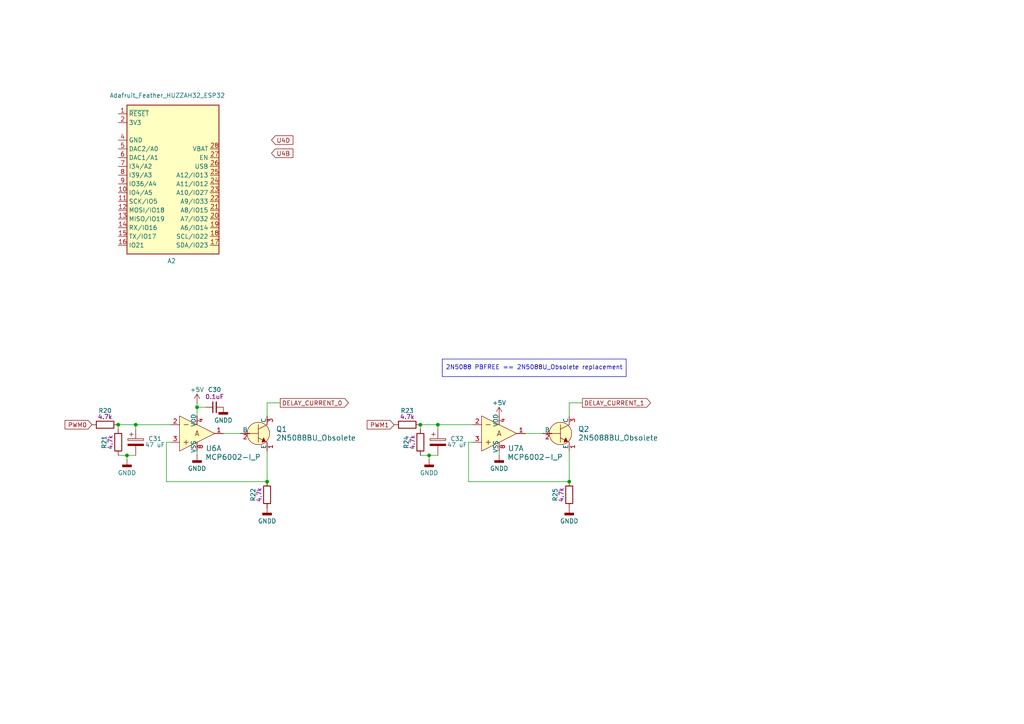
<source format=kicad_sch>
(kicad_sch (version 20231120) (generator "eeschema") (generator_version "8.0")
  (paper "A4")
  (lib_symbols
    (symbol "Device:C_Polarized" (pin_numbers hide) (pin_names (offset 0.254))
      (property "Reference" "C" (at 0.635 2.54 0))
      (property "Value" "C_Polarized" (at 0.635 -2.54 0))
      (symbol "C_Polarized_0_1"
        (rectangle (start -2.286 0.508) (end 2.286 1.016))
        (polyline (pts (xy -1.778 2.286) (xy -0.762 2.286)))
        (polyline (pts (xy -1.27 2.794) (xy -1.27 1.778)))
        (rectangle (start 2.286 -0.508) (end -2.286 -1.016) (fill (type outline)))
      )
      (symbol "C_Polarized_1_1"
        (pin passive line (at 0 3.81 270) (length 2.794) (name "~") (number "1"))
        (pin passive line (at 0 -3.81 90) (length 2.794) (name "~") (number "2"))
      )
    )
    (symbol "MCU_Module:Adafruit_Feather_HUZZAH32_ESP32"
      (property "Reference" "A2" (at -1.016 -17.272 0))
      (property "Value" "Adafruit_Feather_HUZZAH32_ESP32" (at -17.78 30.734 0))
      (symbol "Adafruit_Feather_HUZZAH32_ESP32_0_1"
        (rectangle (start -12.7 27.94) (end 13.97 -15.24) (stroke (width 0.254)) (fill (type background)))
      )
      (symbol "Adafruit_Feather_HUZZAH32_ESP32_1_1"
        (pin input line (at -15.24 25.4 0) (length 2.54) (name "~{RESET}") (number "1"))
        (pin bidirectional line (at -15.24 2.54 0) (length 2.54) (name "IO4/A5") (number "10"))
        (pin bidirectional line (at -15.24 0 0) (length 2.54) (name "SCK/IO5") (number "11"))
        (pin bidirectional line (at -15.24 -2.54 0) (length 2.54) (name "MOSI/IO18") (number "12"))
        (pin bidirectional line (at -15.24 -5.08 0) (length 2.54) (name "MISO/IO19") (number "13"))
        (pin bidirectional line (at -15.24 -7.62 0) (length 2.54) (name "RX/IO16") (number "14"))
        (pin bidirectional line (at -15.24 -10.16 0) (length 2.54) (name "TX/IO17") (number "15"))
        (pin bidirectional line (at -15.24 -12.7 0) (length 2.54) (name "IO21") (number "16"))
        (pin bidirectional line (at 13.97 -12.7 180) (length 2.54) (name "SDA/IO23") (number "17"))
        (pin bidirectional line (at 13.97 -10.16 180) (length 2.54) (name "SCL/IO22") (number "18"))
        (pin bidirectional line (at 13.97 -7.62 180) (length 2.54) (name "A6/IO14") (number "19"))
        (pin power_in line (at -15.24 22.86 0) (length 2.54) (name "3V3") (number "2"))
        (pin bidirectional line (at 13.97 -5.08 180) (length 2.54) (name "A7/IO32") (number "20"))
        (pin bidirectional line (at 13.97 -2.54 180) (length 2.54) (name "A8/IO15") (number "21"))
        (pin bidirectional line (at 13.97 0 180) (length 2.54) (name "A9/IO33") (number "22"))
        (pin bidirectional line (at 13.97 2.54 180) (length 2.54) (name "A10/IO27") (number "23"))
        (pin bidirectional line (at 13.97 5.08 180) (length 2.54) (name "A11/IO12") (number "24"))
        (pin bidirectional line (at 13.97 7.62 180) (length 2.54) (name "A12/IO13") (number "25"))
        (pin power_in line (at 13.97 10.16 180) (length 2.54) (name "USB") (number "26"))
        (pin input line (at 13.97 12.7 180) (length 2.54) (name "EN") (number "27"))
        (pin power_in line (at 13.97 15.24 180) (length 2.54) (name "VBAT") (number "28"))
        (pin no_connect line (at -15.24 20.32 0) (length 2.54) hide (name "NC") (number "3"))
        (pin power_in line (at -15.24 17.78 0) (length 2.54) (name "GND") (number "4"))
        (pin bidirectional line (at -15.24 15.24 0) (length 2.54) (name "DAC2/A0") (number "5"))
        (pin bidirectional line (at -15.24 12.7 0) (length 2.54) (name "DAC1/A1") (number "6"))
        (pin bidirectional line (at -15.24 10.16 0) (length 2.54) (name "I34/A2") (number "7"))
        (pin bidirectional line (at -15.24 7.62 0) (length 2.54) (name "I39/A3") (number "8"))
        (pin bidirectional line (at -15.24 5.08 0) (length 2.54) (name "IO36/A4") (number "9"))
      )
    )
    (symbol "PCM_4ms_Capacitor:100nF_0603_16V" (pin_numbers hide) (pin_names (offset 0.254) hide)
      (property "Reference" "C" (at 1.905 1.27 0))
      (property "Display" "0.1uF" (at 1.905 -1.27 0))
      (symbol "100nF_0603_16V_0_1"
        (polyline (pts (xy -1.524 -0.508) (xy 1.524 -0.508)) (stroke (width 0.3302)))
        (polyline (pts (xy -1.524 0.508) (xy 1.524 0.508)) (stroke (width 0.3048)))
      )
      (symbol "100nF_0603_16V_1_1"
        (pin passive line (at 0 2.54 270) (length 2.032) (name "~") (number "1"))
        (pin passive line (at 0 -2.54 90) (length 2.032) (name "~") (number "2"))
      )
    )
    (symbol "PCM_4ms_Resistor:4.7k_0603" (pin_numbers hide) (pin_names (offset 0))
      (property "Reference" "R" (at 2.032 0 90))
      (property "Display" "4.7k" (at 3.81 0 90))
      (symbol "4.7k_0603_0_1"
        (rectangle (start -1.016 -2.54) (end 1.016 2.54) (stroke (width 0.254)))
      )
      (symbol "4.7k_0603_1_1"
        (pin passive line (at 0 3.81 270) (length 1.27) (name "~") (number "1"))
        (pin passive line (at 0 -3.81 90) (length 1.27) (name "~") (number "2"))
      )
    )
    (symbol "dk_Linear-Amplifiers-Instrumentation-OP-Amps-Buffer-Amps:MCP6002-I_P" (pin_names (offset 0))
      (property "Reference" "U" (at -7.62 7.62 0))
      (property "Value" "MCP6002-I_P" (at 2.54 -5.08 0))
      (symbol "MCP6002-I_P_0_1"
        (polyline (pts (xy -3.81 -2.54) (xy -2.54 -2.54)))
        (polyline (pts (xy -3.81 2.54) (xy -2.54 2.54)))
        (polyline (pts (xy -3.175 -1.905) (xy -3.175 -3.175)))
        (polyline (pts (xy -5.08 5.08) (xy -5.08 -5.08) (xy 5.08 0) (xy -5.08 5.08)) (fill (type background)))
      )
      (symbol "MCP6002-I_P_1_0"
        (text "A" (at 0 0 0) (effects (font (size 1.524 1.524))))
      )
      (symbol "MCP6002-I_P_1_1"
        (pin output line (at 7.62 0 180) (length 2.54) (name "~") (number "1"))
        (pin input line (at -7.62 2.54 0) (length 2.54) (name "~") (number "2"))
        (pin input line (at -7.62 -2.54 0) (length 2.54) (name "~") (number "3"))
        (pin power_in line (at 0 5.08 270) (length 2.54) (name "VDD") (number "4"))
        (pin power_in line (at 0 -5.08 90) (length 2.54) (name "VSS") (number "8"))
      )
      (symbol "MCP6002-I_P_2_0"
        (text "B" (at 0 0 0) (effects (font (size 1.524 1.524))))
      )
      (symbol "MCP6002-I_P_2_1"
        (pin power_in line (at -2.54 7.62 270) (length 2.54) (name "VDD") (number "4"))
        (pin input line (at -7.62 -2.54 0) (length 2.54) (name "~") (number "5"))
        (pin input line (at -7.62 2.54 0) (length 2.54) (name "~") (number "6"))
        (pin output line (at 7.62 0 180) (length 2.54) (name "~") (number "7"))
        (pin power_in line (at -2.54 -7.62 90) (length 2.54) (name "VSS") (number "8"))
      )
    )
    (symbol "dk_Transistors-Bipolar-BJT-Single:2N5088BU_Obsolete" (pin_names (offset 0))
      (property "Reference" "Q" (at -3.2004 4.2164 0))
      (property "Value" "2N5088BU_Obsolete" (at 5.2324 0 90))
      (symbol "2N5088BU_Obsolete_0_1"
        (polyline (pts (xy -3.81 0) (xy -2.54 0)))
        (polyline (pts (xy -3.556 0) (xy 0 0)))
        (polyline (pts (xy 0 -1.27) (xy 2.54 -2.54)))
        (polyline (pts (xy 0 1.27) (xy 2.54 2.54)))
        (polyline (pts (xy 0 2.54) (xy 0 -2.54)))
        (polyline (pts (xy 1.524 -1.27) (xy 2.032 -2.286) (xy 1.016 -2.54) (xy 1.524 -1.27)) (fill (type outline)))
        (circle (center 0 0) (radius 3.2512) (fill (type background)))
      )
      (symbol "2N5088BU_Obsolete_1_1"
        (pin passive line (at 2.54 -5.08 90) (length 2.54) (name "E") (number "1"))
        (pin input line (at -5.08 0 0) (length 2.54) (name "B") (number "2"))
        (pin passive line (at 2.54 5.08 270) (length 2.54) (name "C") (number "3"))
      )
    )
    (symbol "power:+5V" (power) (pin_numbers hide) (pin_names (offset 0) hide)
      (property "Value" "+5V" (at 0 3.556 0))
      (symbol "+5V_0_1"
        (polyline (pts (xy -0.762 1.27) (xy 0 2.54)))
        (polyline (pts (xy 0 0) (xy 0 2.54)))
        (polyline (pts (xy 0 2.54) (xy 0.762 1.27)))
      )
      (symbol "+5V_1_1"
        (pin power_in line (at 0 0 90) (length 0) (name "~") (number "1"))
      )
    )
    (symbol "power:GNDD" (power) (pin_numbers hide) (pin_names (offset 0) hide)
      (property "Value" "GNDD" (at 0 -3.175 0))
      (symbol "GNDD_0_1"
        (rectangle (start -1.27 -1.524) (end 1.27 -2.032) (stroke (width 0.254)) (fill (type outline)))
        (polyline (pts (xy 0 0) (xy 0 -1.524)))
      )
      (symbol "GNDD_1_1"
        (pin power_in line (at 0 0 270) (length 0) (name "~") (number "1"))
      )
    )
  )
  (junction (at 121.92 123.19))
  (junction (at 39.37 123.19))
  (junction (at 34.29 123.19))
  (junction (at 127 123.19))
  (junction (at 77.47 139.7))
  (junction (at 57.15 118.11))
  (junction (at 36.83 132.08))
  (junction (at 124.46 132.08))
  (junction (at 165.1 139.7))
  (wire (pts (xy 144.78 130.81) (xy 144.78 132.08)))
  (wire (pts (xy 121.92 123.19) (xy 121.92 124.46)))
  (wire (pts (xy 36.83 132.08) (xy 39.37 132.08)))
  (wire (pts (xy 165.1 120.65) (xy 165.1 116.84)))
  (wire (pts (xy 34.29 132.08) (xy 36.83 132.08)))
  (wire (pts (xy 77.47 120.65) (xy 77.47 116.84)))
  (wire (pts (xy 121.92 123.19) (xy 127 123.19)))
  (wire (pts (xy 48.26 128.27) (xy 48.26 139.7)))
  (wire (pts (xy 135.89 139.7) (xy 165.1 139.7)))
  (wire (pts (xy 59.69 118.11) (xy 57.15 118.11)))
  (wire (pts (xy 127 123.19) (xy 127 124.46)))
  (wire (pts (xy 34.29 123.19) (xy 34.29 124.46)))
  (wire (pts (xy 39.37 123.19) (xy 49.53 123.19)))
  (wire (pts (xy 124.46 132.08) (xy 124.46 133.35)))
  (wire (pts (xy 124.46 132.08) (xy 127 132.08)))
  (wire (pts (xy 57.15 116.84) (xy 57.15 118.11)))
  (wire (pts (xy 36.83 132.08) (xy 36.83 133.35)))
  (wire (pts (xy 77.47 116.84) (xy 81.28 116.84)))
  (wire (pts (xy 152.4 125.73) (xy 157.48 125.73)))
  (wire (pts (xy 135.89 128.27) (xy 135.89 139.7)))
  (wire (pts (xy 64.77 125.73) (xy 69.85 125.73)))
  (wire (pts (xy 137.16 128.27) (xy 135.89 128.27)))
  (wire (pts (xy 57.15 130.81) (xy 57.15 132.08)))
  (wire (pts (xy 127 123.19) (xy 137.16 123.19)))
  (wire (pts (xy 165.1 116.84) (xy 168.91 116.84)))
  (wire (pts (xy 165.1 130.81) (xy 165.1 139.7)))
  (wire (pts (xy 49.53 128.27) (xy 48.26 128.27)))
  (wire (pts (xy 121.92 132.08) (xy 124.46 132.08)))
  (wire (pts (xy 34.29 123.19) (xy 39.37 123.19)))
  (wire (pts (xy 77.47 130.81) (xy 77.47 139.7)))
  (wire (pts (xy 39.37 123.19) (xy 39.37 124.46)))
  (wire (pts (xy 57.15 118.11) (xy 57.15 120.65)))
  (wire (pts (xy 48.26 139.7) (xy 77.47 139.7)))
  (rectangle (start 128.27 104.14) (end 181.61 109.22))
  (text "2N5088 PBFREE == 2N5088U_Obsolete replacement\n" (at 154.94 106.68 0) (effects (font (size 1.27 1.27))))
  (global_label "U4B" (shape input) (at 78.74 44.45 0) (property "Intersheetrefs" "${INTERSHEET_REFS}" (effects (hide yes))))
  (global_label "PWM0" (shape input) (at 26.67 123.19 180) (property "Intersheetrefs" "${INTERSHEET_REFS}" (effects (hide yes))))
  (global_label "PWM1" (shape input) (at 114.3 123.19 180) (property "Intersheetrefs" "${INTERSHEET_REFS}" (effects (hide yes))))
  (global_label "DELAY_CURRENT_1" (shape output) (at 168.91 116.84 0) (property "Intersheetrefs" "${INTERSHEET_REFS}" (effects (hide yes))))
  (global_label "U4D" (shape input) (at 78.74 40.64 0) (property "Intersheetrefs" "${INTERSHEET_REFS}" (effects (hide yes))))
  (global_label "DELAY_CURRENT_0" (shape output) (at 81.28 116.84 0) (property "Intersheetrefs" "${INTERSHEET_REFS}" (effects (hide yes))))
  (symbol (lib_id "power:GNDD") (at 36.83 133.35 0) (unit 1)
    (property "Reference" "#PWR038" (effects (hide yes)))
    (property "Value" "GNDD" (at 36.83 137.16 0))
    (property "Description" "Power symbol creates a global label with name \"GNDD\" , digital ground" (effects (hide yes)))
  )
  (symbol (lib_id "power:GNDD") (at 165.1 147.32 0) (unit 1)
    (property "Reference" "#PWR044" (effects (hide yes)))
    (property "Value" "GNDD" (at 165.1 151.13 0))
    (property "Description" "Power symbol creates a global label with name \"GNDD\" , digital ground" (effects (hide yes)))
  )
  (symbol (lib_id "PCM_4ms_Resistor:4.7k_0603") (at 165.1 143.51 180) (unit 1)
    (property "Reference" "R25" (at 161.036 143.51 90))
    (property "Value" "4.7k_0603" (effects (hide yes)))
    (property "Footprint" "4ms_Resistor:R_0603" (effects (hide yes)))
    (property "Description" "4k7, 1%, 1/10W, 0603" (effects (hide yes)))
    (property "Specifications" "4k7, 1%, 1/10W, 0603" (effects (hide yes)))
    (property "Manufacturer" "Yageo" (effects (hide yes)))
    (property "Part Number" "RC0603FR-074K7L" (effects (hide yes)))
    (property "Display" "4.7k" (at 162.814 143.51 90))
    (property "JLCPCB ID" "C23162" (effects (hide yes)))
  )
  (symbol (lib_id "PCM_4ms_Resistor:4.7k_0603") (at 121.92 128.27 180) (unit 1)
    (property "Reference" "R24" (at 117.856 128.27 90))
    (property "Value" "4.7k_0603" (effects (hide yes)))
    (property "Footprint" "4ms_Resistor:R_0603" (effects (hide yes)))
    (property "Description" "4k7, 1%, 1/10W, 0603" (effects (hide yes)))
    (property "Specifications" "4k7, 1%, 1/10W, 0603" (effects (hide yes)))
    (property "Manufacturer" "Yageo" (effects (hide yes)))
    (property "Part Number" "RC0603FR-074K7L" (effects (hide yes)))
    (property "Display" "4.7k" (at 119.634 128.27 90))
    (property "JLCPCB ID" "C23162" (effects (hide yes)))
  )
  (symbol (lib_id "power:+5V") (at 57.15 116.84 0) (unit 1)
    (property "Reference" "#PWR035" (effects (hide yes)))
    (property "Value" "+5V" (at 57.15 113.03 0))
    (property "Description" "Power symbol creates a global label with name \"+5V\"" (effects (hide yes)))
  )
  (symbol (lib_id "power:+5V") (at 144.78 120.65 0) (unit 1)
    (property "Reference" "#PWR041" (effects (hide yes)))
    (property "Value" "+5V" (at 144.78 116.84 0))
    (property "Description" "Power symbol creates a global label with name \"+5V\"" (effects (hide yes)))
  )
  (symbol (lib_id "dk_Transistors-Bipolar-BJT-Single:2N5088BU_Obsolete") (at 74.93 125.73 0) (unit 1)
    (property "Reference" "Q1" (at 80.01 124.4599 0) (effects (font (size 1.524 1.524)) (justify left)))
    (property "Value" "2N5088BU_Obsolete" (at 80.01 126.9999 0) (effects (font (size 1.524 1.524)) (justify left)))
    (property "Footprint" "digikey-footprints:TO-92-3" (effects (hide yes)))
    (property "Datasheet" "https://media.digikey.com/pdf/Data%20Sheets/ON%20Semiconductor%20PDFs/2N5088,89,MMBT5088,89.pdf" (effects (hide yes)))
    (property "Description" "TRANS NPN 30V 0.1A TO92" (effects (hide yes)))
    (property "Digi-Key_PN" "2N5088BU-ND" (effects (hide yes)))
    (property "MPN" "2N5088BU" (effects (hide yes)))
    (property "Category" "Discrete Semiconductor Products" (effects (hide yes)))
    (property "Family" "Transistors - Bipolar (BJT) - Single" (effects (hide yes)))
    (property "DK_Datasheet_Link" "https://media.digikey.com/pdf/Data%20Sheets/ON%20Semiconductor%20PDFs/2N5088,89,MMBT5088,89.pdf" (effects (hide yes)))
    (property "DK_Detail_Page" "/product-detail/en/on-semiconductor/2N5088BU/2N5088BU-ND/32182" (effects (hide yes)))
    (property "Description_1" "TRANS NPN 30V 0.1A TO92" (effects (hide yes)))
    (property "Manufacturer" "ON Semiconductor" (effects (hide yes)))
    (property "Status" "Obsolete NonStock" (effects (hide yes)))
  )
  (symbol (lib_id "PCM_4ms_Resistor:4.7k_0603") (at 77.47 143.51 180) (unit 1)
    (property "Reference" "R22" (at 73.406 143.51 90))
    (property "Value" "4.7k_0603" (effects (hide yes)))
    (property "Footprint" "4ms_Resistor:R_0603" (effects (hide yes)))
    (property "Description" "4k7, 1%, 1/10W, 0603" (effects (hide yes)))
    (property "Specifications" "4k7, 1%, 1/10W, 0603" (effects (hide yes)))
    (property "Manufacturer" "Yageo" (effects (hide yes)))
    (property "Part Number" "RC0603FR-074K7L" (effects (hide yes)))
    (property "Display" "4.7k" (at 75.184 143.51 90))
    (property "JLCPCB ID" "C23162" (effects (hide yes)))
  )
  (symbol (lib_id "power:GNDD") (at 77.47 147.32 0) (unit 1)
    (property "Reference" "#PWR040" (effects (hide yes)))
    (property "Value" "GNDD" (at 77.47 151.13 0))
    (property "Description" "Power symbol creates a global label with name \"GNDD\" , digital ground" (effects (hide yes)))
  )
  (symbol (lib_id "power:GNDD") (at 124.46 133.35 0) (unit 1)
    (property "Reference" "#PWR036" (effects (hide yes)))
    (property "Value" "GNDD" (at 124.46 137.16 0))
    (property "Description" "Power symbol creates a global label with name \"GNDD\" , digital ground" (effects (hide yes)))
  )
  (symbol (lib_id "PCM_4ms_Capacitor:100nF_0603_16V") (at 62.23 118.11 90) (unit 1)
    (property "Reference" "C30" (at 62.23 113.03 90))
    (property "Value" "100nF_0603_16V" (effects (hide yes)))
    (property "Footprint" "4ms_Capacitor:C_0603" (effects (hide yes)))
    (property "Description" "0.1uF, Min. 16V 10%, X7R or X5R or similar" (effects (hide yes)))
    (property "Specifications" "0.1uF, Min. 16V 10%, X7R or X5R or similar" (effects (hide yes)))
    (property "Manufacturer" "AVX Corporation" (effects (hide yes)))
    (property "Part Number" "0603YC104KAT2A" (effects (hide yes)))
    (property "Display" "0.1uF" (at 62.2363 115.062 90))
    (property "JLCPCB ID" "C14663" (effects (hide yes)))
  )
  (symbol (lib_id "MCU_Module:Adafruit_Feather_HUZZAH32_ESP32") (at 49.53 58.42 0) (unit 1)
    (property "Reference" "A2" (at 48.514 75.692 0) (effects (justify left)))
    (property "Value" "Adafruit_Feather_HUZZAH32_ESP32" (at 31.75 27.686 0) (effects (justify left)))
    (property "Footprint" "Module:Adafruit_Feather" (effects (hide yes)))
    (property "Datasheet" "https://cdn-learn.adafruit.com/downloads/pdf/adafruit-huzzah32-esp32-feather.pdf" (effects (hide yes)))
    (property "Description" "Microcontroller module with ESP32 MCU" (effects (hide yes)))
  )
  (symbol (lib_id "PCM_4ms_Resistor:4.7k_0603") (at 118.11 123.19 90) (unit 1)
    (property "Reference" "R23" (at 118.11 119.126 90))
    (property "Value" "4.7k_0603" (effects (hide yes)))
    (property "Footprint" "4ms_Resistor:R_0603" (effects (hide yes)))
    (property "Description" "4k7, 1%, 1/10W, 0603" (effects (hide yes)))
    (property "Specifications" "4k7, 1%, 1/10W, 0603" (effects (hide yes)))
    (property "Manufacturer" "Yageo" (effects (hide yes)))
    (property "Part Number" "RC0603FR-074K7L" (effects (hide yes)))
    (property "Display" "4.7k" (at 118.11 120.904 90))
    (property "JLCPCB ID" "C23162" (effects (hide yes)))
  )
  (symbol (lib_id "Device:C_Polarized") (at 39.37 128.27 0) (unit 1)
    (property "Reference" "C31" (at 44.958 127.254 0))
    (property "Value" "47 uF" (at 44.958 129.032 0))
    (property "Description" "Polarized capacitor" (effects (hide yes)))
  )
  (symbol (lib_id "dk_Linear-Amplifiers-Instrumentation-OP-Amps-Buffer-Amps:MCP6002-I_P") (at 57.15 125.73 0) (unit 1)
    (property "Reference" "U6" (at 61.976 130.048 0) (effects (font (size 1.524 1.524))))
    (property "Value" "MCP6002-I_P" (at 67.564 132.588 0) (effects (font (size 1.524 1.524))))
    (property "Footprint" "digikey-footprints:DIP-8_W7.62mm" (effects (hide yes)))
    (property "Datasheet" "http://www.microchip.com/mymicrochip/filehandler.aspx?ddocname=en011705" (effects (hide yes)))
    (property "Description" "IC OPAMP GP 2 CIRCUIT 8DIP" (effects (hide yes)))
    (property "Digi-Key_PN" "MCP6002-I/P-ND" (effects (hide yes)))
    (property "MPN" "MCP6002-I/P" (effects (hide yes)))
    (property "Category" "Integrated Circuits (ICs)" (effects (hide yes)))
    (property "Family" "Linear - Amplifiers - Instrumentation, OP Amps, Buffer Amps" (effects (hide yes)))
    (property "DK_Datasheet_Link" "http://www.microchip.com/mymicrochip/filehandler.aspx?ddocname=en011705" (effects (hide yes)))
    (property "DK_Detail_Page" "/product-detail/en/microchip-technology/MCP6002-I-P/MCP6002-I-P-ND/500875" (effects (hide yes)))
    (property "Description_1" "IC OPAMP GP 2 CIRCUIT 8DIP" (effects (hide yes)))
    (property "Manufacturer" "Microchip Technology" (effects (hide yes)))
    (property "Status" "Active" (effects (hide yes)))
  )
  (symbol (lib_id "power:GNDD") (at 144.78 132.08 0) (unit 1)
    (property "Reference" "#PWR042" (effects (hide yes)))
    (property "Value" "GNDD" (at 144.78 135.89 0))
    (property "Description" "Power symbol creates a global label with name \"GNDD\" , digital ground" (effects (hide yes)))
  )
  (symbol (lib_id "PCM_4ms_Resistor:4.7k_0603") (at 34.29 128.27 180) (unit 1)
    (property "Reference" "R21" (at 30.226 128.27 90))
    (property "Value" "4.7k_0603" (effects (hide yes)))
    (property "Footprint" "4ms_Resistor:R_0603" (effects (hide yes)))
    (property "Description" "4k7, 1%, 1/10W, 0603" (effects (hide yes)))
    (property "Specifications" "4k7, 1%, 1/10W, 0603" (effects (hide yes)))
    (property "Manufacturer" "Yageo" (effects (hide yes)))
    (property "Part Number" "RC0603FR-074K7L" (effects (hide yes)))
    (property "Display" "4.7k" (at 32.004 128.27 90))
    (property "JLCPCB ID" "C23162" (effects (hide yes)))
  )
  (symbol (lib_id "PCM_4ms_Resistor:4.7k_0603") (at 30.48 123.19 90) (unit 1)
    (property "Reference" "R20" (at 30.48 119.126 90))
    (property "Value" "4.7k_0603" (effects (hide yes)))
    (property "Footprint" "4ms_Resistor:R_0603" (effects (hide yes)))
    (property "Description" "4k7, 1%, 1/10W, 0603" (effects (hide yes)))
    (property "Specifications" "4k7, 1%, 1/10W, 0603" (effects (hide yes)))
    (property "Manufacturer" "Yageo" (effects (hide yes)))
    (property "Part Number" "RC0603FR-074K7L" (effects (hide yes)))
    (property "Display" "4.7k" (at 30.48 120.904 90))
    (property "JLCPCB ID" "C23162" (effects (hide yes)))
  )
  (symbol (lib_id "power:GNDD") (at 64.77 118.11 0) (unit 1)
    (property "Reference" "#PWR037" (effects (hide yes)))
    (property "Value" "GNDD" (at 64.77 121.92 0))
    (property "Description" "Power symbol creates a global label with name \"GNDD\" , digital ground" (effects (hide yes)))
  )
  (symbol (lib_id "dk_Linear-Amplifiers-Instrumentation-OP-Amps-Buffer-Amps:MCP6002-I_P") (at 144.78 125.73 0) (unit 1)
    (property "Reference" "U7" (at 149.606 130.048 0) (effects (font (size 1.524 1.524))))
    (property "Value" "MCP6002-I_P" (at 155.194 132.588 0) (effects (font (size 1.524 1.524))))
    (property "Footprint" "digikey-footprints:DIP-8_W7.62mm" (effects (hide yes)))
    (property "Datasheet" "http://www.microchip.com/mymicrochip/filehandler.aspx?ddocname=en011705" (effects (hide yes)))
    (property "Description" "IC OPAMP GP 2 CIRCUIT 8DIP" (effects (hide yes)))
    (property "Digi-Key_PN" "MCP6002-I/P-ND" (effects (hide yes)))
    (property "MPN" "MCP6002-I/P" (effects (hide yes)))
    (property "Category" "Integrated Circuits (ICs)" (effects (hide yes)))
    (property "Family" "Linear - Amplifiers - Instrumentation, OP Amps, Buffer Amps" (effects (hide yes)))
    (property "DK_Datasheet_Link" "http://www.microchip.com/mymicrochip/filehandler.aspx?ddocname=en011705" (effects (hide yes)))
    (property "DK_Detail_Page" "/product-detail/en/microchip-technology/MCP6002-I-P/MCP6002-I-P-ND/500875" (effects (hide yes)))
    (property "Description_1" "IC OPAMP GP 2 CIRCUIT 8DIP" (effects (hide yes)))
    (property "Manufacturer" "Microchip Technology" (effects (hide yes)))
    (property "Status" "Active" (effects (hide yes)))
  )
  (symbol (lib_id "dk_Transistors-Bipolar-BJT-Single:2N5088BU_Obsolete") (at 162.56 125.73 0) (unit 1)
    (property "Reference" "Q2" (at 167.64 124.4599 0) (effects (font (size 1.524 1.524)) (justify left)))
    (property "Value" "2N5088BU_Obsolete" (at 167.64 126.9999 0) (effects (font (size 1.524 1.524)) (justify left)))
    (property "Footprint" "digikey-footprints:TO-92-3" (effects (hide yes)))
    (property "Datasheet" "https://media.digikey.com/pdf/Data%20Sheets/ON%20Semiconductor%20PDFs/2N5088,89,MMBT5088,89.pdf" (effects (hide yes)))
    (property "Description" "TRANS NPN 30V 0.1A TO92" (effects (hide yes)))
    (property "Digi-Key_PN" "2N5088BU-ND" (effects (hide yes)))
    (property "MPN" "2N5088BU" (effects (hide yes)))
    (property "Category" "Discrete Semiconductor Products" (effects (hide yes)))
    (property "Family" "Transistors - Bipolar (BJT) - Single" (effects (hide yes)))
    (property "DK_Datasheet_Link" "https://media.digikey.com/pdf/Data%20Sheets/ON%20Semiconductor%20PDFs/2N5088,89,MMBT5088,89.pdf" (effects (hide yes)))
    (property "DK_Detail_Page" "/product-detail/en/on-semiconductor/2N5088BU/2N5088BU-ND/32182" (effects (hide yes)))
    (property "Description_1" "TRANS NPN 30V 0.1A TO92" (effects (hide yes)))
    (property "Manufacturer" "ON Semiconductor" (effects (hide yes)))
    (property "Status" "Obsolete NonStock" (effects (hide yes)))
  )
  (symbol (lib_id "Device:C_Polarized") (at 127 128.27 0) (unit 1)
    (property "Reference" "C32" (at 132.588 127.254 0))
    (property "Value" "47 uF" (at 132.588 129.032 0))
    (property "Description" "Polarized capacitor" (effects (hide yes)))
  )
  (symbol (lib_id "power:GNDD") (at 57.15 132.08 0) (unit 1)
    (property "Reference" "#PWR039" (effects (hide yes)))
    (property "Value" "GNDD" (at 57.15 135.89 0))
    (property "Description" "Power symbol creates a global label with name \"GNDD\" , digital ground" (effects (hide yes)))
  )
)
</source>
